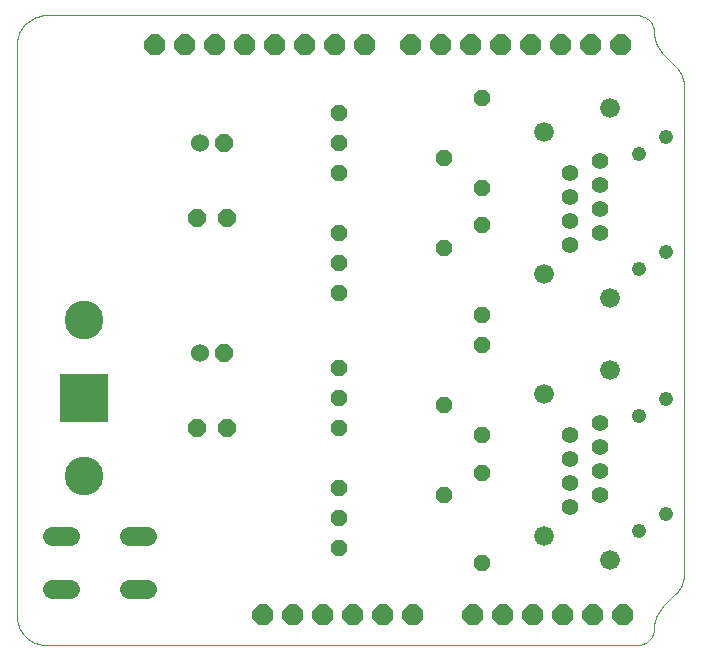
<source format=gbs>
G75*
G70*
%OFA0B0*%
%FSLAX24Y24*%
%IPPOS*%
%LPD*%
%AMOC8*
5,1,8,0,0,1.08239X$1,22.5*
%
%ADD10OC8,0.0560*%
%ADD11R,0.1600X0.1600*%
%ADD12C,0.1290*%
%ADD13OC8,0.0700*%
%ADD14C,0.0000*%
%ADD15OC8,0.0600*%
%ADD16C,0.0555*%
%ADD17C,0.0476*%
%ADD18C,0.0660*%
%ADD19C,0.0600*%
%ADD20C,0.0640*%
D10*
X011687Y004187D03*
X011687Y005187D03*
X011687Y006187D03*
X011687Y008187D03*
X011687Y009187D03*
X011687Y010187D03*
X011687Y012687D03*
X011687Y013687D03*
X011687Y014687D03*
X011687Y016687D03*
X011687Y017687D03*
X011687Y018687D03*
X015187Y017187D03*
X016437Y016187D03*
X016437Y014937D03*
X015187Y014187D03*
X016437Y011937D03*
X016437Y010937D03*
X015187Y008937D03*
X016437Y007937D03*
X016437Y006687D03*
X015187Y005937D03*
X016437Y003687D03*
X016437Y019187D03*
D11*
X003187Y009187D03*
D12*
X003187Y006587D03*
X003187Y011787D03*
D13*
X005537Y020937D03*
X006537Y020937D03*
X007537Y020937D03*
X008537Y020937D03*
X009537Y020937D03*
X010537Y020937D03*
X011537Y020937D03*
X012537Y020937D03*
X014087Y020937D03*
X015087Y020937D03*
X016087Y020937D03*
X017087Y020937D03*
X018087Y020937D03*
X019087Y020937D03*
X020087Y020937D03*
X021087Y020937D03*
X021137Y001937D03*
X020137Y001937D03*
X019137Y001937D03*
X018137Y001937D03*
X017137Y001937D03*
X016137Y001937D03*
X014137Y001937D03*
X013137Y001937D03*
X012137Y001937D03*
X011137Y001937D03*
X010137Y001937D03*
X009137Y001937D03*
D14*
X001937Y000937D02*
X021602Y000937D01*
X021648Y000939D01*
X021694Y000944D01*
X021739Y000953D01*
X021783Y000966D01*
X021826Y000982D01*
X021868Y001001D01*
X021908Y001023D01*
X021946Y001049D01*
X021983Y001077D01*
X022016Y001109D01*
X022048Y001142D01*
X022076Y001179D01*
X022102Y001217D01*
X022124Y001257D01*
X022143Y001299D01*
X022159Y001342D01*
X022172Y001386D01*
X022181Y001431D01*
X022186Y001477D01*
X022188Y001523D01*
X022480Y002230D02*
X022894Y002644D01*
X023187Y003352D02*
X023187Y003687D01*
X023187Y019523D01*
X022894Y020230D02*
X022480Y020644D01*
X022480Y020645D02*
X022438Y020689D01*
X022400Y020735D01*
X022364Y020784D01*
X022331Y020835D01*
X022302Y020887D01*
X022275Y020942D01*
X022252Y020997D01*
X022232Y021055D01*
X022216Y021113D01*
X022203Y021172D01*
X022194Y021231D01*
X022189Y021292D01*
X022187Y021352D01*
X022188Y021352D02*
X022186Y021398D01*
X022181Y021444D01*
X022172Y021489D01*
X022159Y021533D01*
X022143Y021576D01*
X022124Y021618D01*
X022102Y021658D01*
X022076Y021696D01*
X022048Y021733D01*
X022016Y021766D01*
X021983Y021798D01*
X021946Y021826D01*
X021908Y021852D01*
X021868Y021874D01*
X021826Y021893D01*
X021783Y021909D01*
X021739Y021922D01*
X021694Y021931D01*
X021648Y021936D01*
X021602Y021938D01*
X021602Y021937D02*
X001937Y021937D01*
X001877Y021935D01*
X001816Y021930D01*
X001757Y021921D01*
X001698Y021908D01*
X001639Y021892D01*
X001582Y021872D01*
X001527Y021849D01*
X001472Y021822D01*
X001420Y021793D01*
X001369Y021760D01*
X001320Y021724D01*
X001274Y021686D01*
X001230Y021644D01*
X001188Y021600D01*
X001150Y021554D01*
X001114Y021505D01*
X001081Y021454D01*
X001052Y021402D01*
X001025Y021347D01*
X001002Y021292D01*
X000982Y021235D01*
X000966Y021176D01*
X000953Y021117D01*
X000944Y021058D01*
X000939Y020997D01*
X000937Y020937D01*
X000937Y001937D01*
X000939Y001877D01*
X000944Y001816D01*
X000953Y001757D01*
X000966Y001698D01*
X000982Y001639D01*
X001002Y001582D01*
X001025Y001527D01*
X001052Y001472D01*
X001081Y001420D01*
X001114Y001369D01*
X001150Y001320D01*
X001188Y001274D01*
X001230Y001230D01*
X001274Y001188D01*
X001320Y001150D01*
X001369Y001114D01*
X001420Y001081D01*
X001472Y001052D01*
X001527Y001025D01*
X001582Y001002D01*
X001639Y000982D01*
X001698Y000966D01*
X001757Y000953D01*
X001816Y000944D01*
X001877Y000939D01*
X001937Y000937D01*
X022894Y002645D02*
X022936Y002689D01*
X022974Y002735D01*
X023010Y002784D01*
X023043Y002835D01*
X023072Y002887D01*
X023099Y002942D01*
X023122Y002997D01*
X023142Y003055D01*
X023158Y003113D01*
X023171Y003172D01*
X023180Y003231D01*
X023185Y003292D01*
X023187Y003352D01*
X023187Y003437D02*
X023187Y003687D01*
X022480Y002230D02*
X022438Y002186D01*
X022400Y002140D01*
X022364Y002091D01*
X022331Y002040D01*
X022302Y001988D01*
X022275Y001933D01*
X022252Y001878D01*
X022232Y001820D01*
X022216Y001762D01*
X022203Y001703D01*
X022194Y001644D01*
X022189Y001583D01*
X022187Y001523D01*
X023187Y019523D02*
X023185Y019583D01*
X023180Y019644D01*
X023171Y019703D01*
X023158Y019762D01*
X023142Y019820D01*
X023122Y019878D01*
X023099Y019933D01*
X023072Y019988D01*
X023043Y020040D01*
X023010Y020091D01*
X022974Y020140D01*
X022936Y020186D01*
X022894Y020230D01*
D15*
X007837Y017687D03*
X007937Y015187D03*
X006937Y015187D03*
X007837Y010687D03*
X007937Y008187D03*
X006937Y008187D03*
D16*
X019392Y007937D03*
X019392Y007137D03*
X019392Y006337D03*
X019392Y005537D03*
X020392Y005937D03*
X020392Y006737D03*
X020392Y007537D03*
X020392Y008337D03*
X019392Y014287D03*
X019392Y015087D03*
X019392Y015887D03*
X019392Y016687D03*
X020392Y016287D03*
X020392Y015487D03*
X020392Y014687D03*
X020392Y017087D03*
D17*
X021691Y017317D03*
X022597Y017884D03*
X022597Y014057D03*
X021691Y013490D03*
X022597Y009134D03*
X021691Y008567D03*
X022597Y005307D03*
X021691Y004740D03*
D18*
X020727Y003770D03*
X018522Y004575D03*
X018522Y009300D03*
X020727Y010105D03*
X020727Y012520D03*
X018522Y013325D03*
X018522Y018050D03*
X020727Y018855D03*
D19*
X007037Y017687D03*
X007037Y010687D03*
D20*
X005267Y004577D02*
X004667Y004577D01*
X004667Y002797D02*
X005267Y002797D01*
X002707Y002797D02*
X002107Y002797D01*
X002107Y004577D02*
X002707Y004577D01*
M02*

</source>
